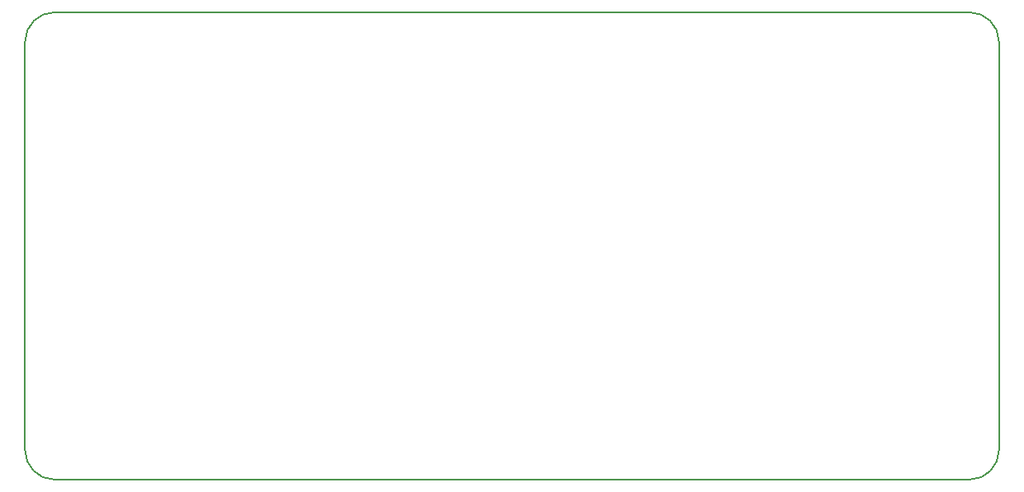
<source format=gm1>
G04 #@! TF.GenerationSoftware,KiCad,Pcbnew,(5.1.0)-1*
G04 #@! TF.CreationDate,2019-04-19T09:53:14+10:00*
G04 #@! TF.ProjectId,arduinoNanoDev,61726475-696e-46f4-9e61-6e6f4465762e,rev?*
G04 #@! TF.SameCoordinates,Original*
G04 #@! TF.FileFunction,Profile,NP*
%FSLAX46Y46*%
G04 Gerber Fmt 4.6, Leading zero omitted, Abs format (unit mm)*
G04 Created by KiCad (PCBNEW (5.1.0)-1) date 2019-04-19 09:53:14*
%MOMM*%
%LPD*%
G04 APERTURE LIST*
%ADD10C,0.150000*%
G04 APERTURE END LIST*
D10*
X263000000Y-58000000D02*
X263000000Y-100000000D01*
X163000000Y-58000000D02*
X163000000Y-100000000D01*
X260000000Y-103000000D02*
X166000000Y-103000000D01*
X163000000Y-58000000D02*
G75*
G02X166000000Y-55000000I3000000J0D01*
G01*
X166000000Y-103000000D02*
G75*
G02X163000000Y-100000000I0J3000000D01*
G01*
X263000000Y-100000000D02*
G75*
G02X260000000Y-103000000I-3000000J0D01*
G01*
X260000000Y-55000000D02*
G75*
G02X263000000Y-58000000I0J-3000000D01*
G01*
X166000000Y-55000000D02*
X260000000Y-55000000D01*
M02*

</source>
